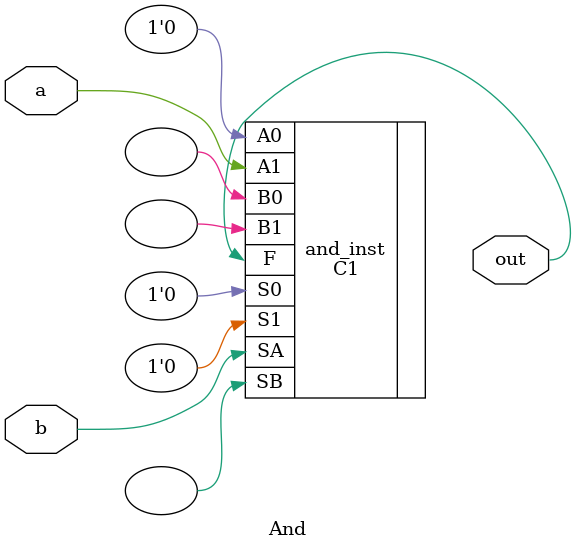
<source format=v>
module And(input a, b, output out);
    C1 and_inst(.A0(1'b0),.A1(a),.SA(b),.B0(),.B1(),.SB(),.S0(1'b0),.S1(1'b0),.F(out));
endmodule
</source>
